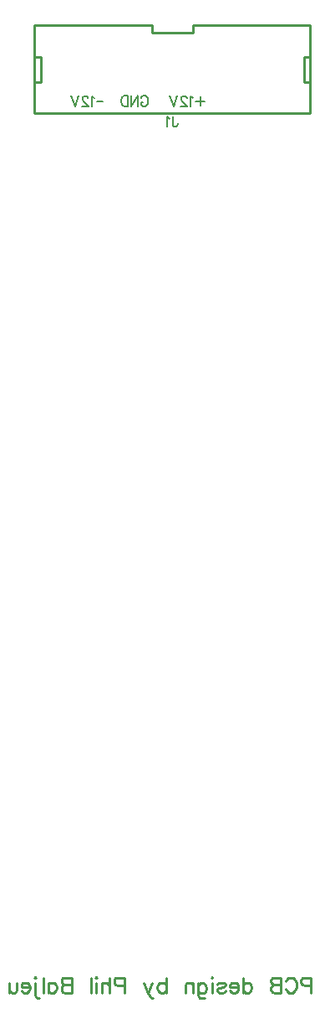
<source format=gbr>
G04 DipTrace 3.2.0.1*
G04 BottomSilk.gbr*
%MOIN*%
G04 #@! TF.FileFunction,Legend,Bot*
G04 #@! TF.Part,Single*
%ADD10C,0.009843*%
%ADD81C,0.006176*%
%ADD82C,0.009264*%
%FSLAX26Y26*%
G04*
G70*
G90*
G75*
G01*
G04 BotSilk*
%LPD*%
X2319300Y4194050D2*
D10*
X2294000D1*
X2319300Y4093950D2*
Y4194050D1*
Y4093950D2*
X2294000D1*
X3394000Y4194050D2*
X3368700D1*
Y4093950D2*
Y4194050D1*
X3394000Y4093950D2*
X3368700D1*
X3394000Y3969000D2*
Y4319000D1*
X2294000Y3969000D2*
Y4319000D1*
X3394000Y3969000D2*
X2294000D1*
X2763700Y4288900D2*
Y4319000D1*
X2924300Y4288900D2*
X2763700D1*
X2924300D2*
Y4319000D1*
X3394000D2*
X2924300D1*
X2763700D2*
X2294000D1*
X2845400Y3955433D2*
D81*
Y3924836D1*
X2847302Y3919088D1*
X2849247Y3917187D1*
X2853050Y3915241D1*
X2856896D1*
X2860699Y3917187D1*
X2862600Y3919088D1*
X2864546Y3924836D1*
Y3928638D1*
X2833049Y3947740D2*
X2829202Y3949685D1*
X2823454Y3955389D1*
Y3915241D1*
X3397487Y499799D2*
D82*
X3371620D1*
X3363065Y502651D1*
X3360147Y505569D1*
X3357295Y511273D1*
Y519895D1*
X3360147Y525599D1*
X3363065Y528517D1*
X3371620Y531369D1*
X3397487D1*
Y471081D1*
X3295724Y517043D2*
X3298575Y522747D1*
X3304346Y528517D1*
X3310049Y531369D1*
X3321523D1*
X3327294Y528517D1*
X3332997Y522747D1*
X3335916Y517043D1*
X3338767Y508421D1*
Y494029D1*
X3335916Y485473D1*
X3332997Y479703D1*
X3327294Y473999D1*
X3321523Y471081D1*
X3310049D1*
X3304346Y473999D1*
X3298575Y479703D1*
X3295724Y485473D1*
X3277196Y531369D2*
Y471081D1*
X3251330D1*
X3242708Y473999D1*
X3239856Y476851D1*
X3237004Y482555D1*
Y491177D1*
X3239856Y496947D1*
X3242708Y499799D1*
X3251330Y502651D1*
X3242708Y505569D1*
X3239856Y508421D1*
X3237004Y514125D1*
Y519895D1*
X3239856Y525599D1*
X3242708Y528517D1*
X3251330Y531369D1*
X3277196D1*
Y502651D2*
X3251330D1*
X3125734Y531369D2*
Y471081D1*
Y502651D2*
X3131438Y508421D1*
X3137208Y511273D1*
X3145830D1*
X3151534Y508421D1*
X3157304Y502651D1*
X3160156Y494029D1*
Y488325D1*
X3157304Y479703D1*
X3151534Y473999D1*
X3145830Y471081D1*
X3137208D1*
X3131438Y473999D1*
X3125734Y479703D1*
X3107207Y494029D2*
X3072785D1*
Y499799D1*
X3075637Y505569D1*
X3078489Y508421D1*
X3084259Y511273D1*
X3092881D1*
X3098585Y508421D1*
X3104355Y502651D1*
X3107207Y494029D1*
Y488325D1*
X3104355Y479703D1*
X3098585Y473999D1*
X3092881Y471081D1*
X3084259D1*
X3078489Y473999D1*
X3072785Y479703D1*
X3022688Y502651D2*
X3025540Y508421D1*
X3034162Y511273D1*
X3042784D1*
X3051406Y508421D1*
X3054258Y502651D1*
X3051406Y496947D1*
X3045636Y494029D1*
X3031310Y491177D1*
X3025540Y488325D1*
X3022688Y482555D1*
Y479703D1*
X3025540Y473999D1*
X3034162Y471081D1*
X3042784D1*
X3051406Y473999D1*
X3054258Y479703D1*
X3004161Y531369D2*
X3001309Y528517D1*
X2998391Y531369D1*
X3001309Y534287D1*
X3004161Y531369D1*
X3001309Y511273D2*
Y471081D1*
X2945442Y508421D2*
Y462459D1*
X2948294Y453903D1*
X2951146Y450985D1*
X2956916Y448133D1*
X2965538D1*
X2971242Y450985D1*
X2945442Y499799D2*
X2951146Y505503D1*
X2956916Y508421D1*
X2965538D1*
X2971242Y505503D1*
X2977012Y499799D1*
X2979864Y491177D1*
Y485407D1*
X2977012Y476851D1*
X2971242Y471081D1*
X2965538Y468229D1*
X2956916D1*
X2951146Y471081D1*
X2945442Y476851D1*
X2926915Y511273D2*
Y471081D1*
Y499799D2*
X2918293Y508421D1*
X2912523Y511273D1*
X2903967D1*
X2898197Y508421D1*
X2895345Y499799D1*
Y471081D1*
X2818497Y531369D2*
Y471081D1*
Y502651D2*
X2812727Y508421D1*
X2807023Y511273D1*
X2798401D1*
X2792697Y508421D1*
X2786927Y502651D1*
X2784075Y494029D1*
Y488325D1*
X2786927Y479703D1*
X2792697Y473999D1*
X2798401Y471081D1*
X2807023D1*
X2812727Y473999D1*
X2818497Y479703D1*
X2762630Y511273D2*
X2745452Y471081D1*
X2751156Y459607D1*
X2756926Y453837D1*
X2762630Y450985D1*
X2765548D1*
X2728208Y511273D2*
X2745452Y471081D1*
X2651360Y499799D2*
X2625493D1*
X2616938Y502651D1*
X2614019Y505569D1*
X2611168Y511273D1*
Y519895D1*
X2614019Y525599D1*
X2616938Y528517D1*
X2625493Y531369D1*
X2651360D1*
Y471081D1*
X2592640Y531369D2*
Y471081D1*
Y499799D2*
X2584018Y508421D1*
X2578248Y511273D1*
X2569626D1*
X2563922Y508421D1*
X2561070Y499799D1*
Y471081D1*
X2542543Y531369D2*
X2539691Y528517D1*
X2536773Y531369D1*
X2539691Y534287D1*
X2542543Y531369D1*
X2539691Y511273D2*
Y471081D1*
X2518246Y531369D2*
Y471081D1*
X2441398Y531369D2*
Y471081D1*
X2415532D1*
X2406910Y473999D1*
X2404058Y476851D1*
X2401206Y482555D1*
Y491177D1*
X2404058Y496947D1*
X2406910Y499799D1*
X2415532Y502651D1*
X2406910Y505569D1*
X2404058Y508421D1*
X2401206Y514125D1*
Y519895D1*
X2404058Y525599D1*
X2406910Y528517D1*
X2415532Y531369D1*
X2441398D1*
Y502651D2*
X2415532D1*
X2348257Y511273D2*
Y471081D1*
Y502651D2*
X2353961Y508421D1*
X2359731Y511273D1*
X2368287D1*
X2374057Y508421D1*
X2379761Y502651D1*
X2382679Y494029D1*
Y488325D1*
X2379761Y479703D1*
X2374057Y473999D1*
X2368287Y471081D1*
X2359731D1*
X2353961Y473999D1*
X2348257Y479703D1*
X2329730Y531369D2*
Y471081D1*
X2299729Y531435D2*
X2296811Y528583D1*
X2293959Y531435D1*
X2296811Y534287D1*
X2299729Y531435D1*
X2296811Y511339D2*
Y462525D1*
X2299729Y453903D1*
X2305433Y451051D1*
X2311203D1*
X2275432Y494029D2*
X2241010D1*
Y499799D1*
X2243862Y505569D1*
X2246713Y508421D1*
X2252484Y511273D1*
X2261106D1*
X2266809Y508421D1*
X2272580Y502651D1*
X2275432Y494029D1*
Y488325D1*
X2272580Y479703D1*
X2266809Y473999D1*
X2261106Y471081D1*
X2252484D1*
X2246713Y473999D1*
X2241010Y479703D1*
X2222483Y511273D2*
Y482555D1*
X2219631Y473999D1*
X2213861Y471081D1*
X2205238D1*
X2199535Y473999D1*
X2190913Y482555D1*
Y511273D2*
Y471081D1*
X2565516Y4018034D2*
D81*
X2543408D1*
X2531057Y4030459D2*
X2527210Y4032404D1*
X2521462Y4038108D1*
Y3997960D1*
X2507165Y4028557D2*
Y4030459D1*
X2505264Y4034305D1*
X2503363Y4036207D1*
X2499516Y4038108D1*
X2491867D1*
X2488064Y4036207D1*
X2486163Y4034305D1*
X2484217Y4030459D1*
Y4026656D1*
X2486163Y4022809D1*
X2489965Y4017106D1*
X2509111Y3997960D1*
X2482316D1*
X2469965Y4038152D2*
X2454666Y3997960D1*
X2439367Y4038152D1*
X2717661Y4028602D2*
X2719562Y4032404D1*
X2723409Y4036251D1*
X2727211Y4038152D1*
X2734861D1*
X2738707Y4036251D1*
X2742510Y4032404D1*
X2744455Y4028602D1*
X2746357Y4022854D1*
Y4013259D1*
X2744455Y4007555D1*
X2742510Y4003708D1*
X2738707Y3999906D1*
X2734861Y3997960D1*
X2727211D1*
X2723409Y3999906D1*
X2719562Y4003708D1*
X2717661Y4007555D1*
Y4013259D1*
X2727211D1*
X2678515Y4038152D2*
Y3997960D1*
X2705309Y4038152D1*
Y3997960D1*
X2666163Y4038152D2*
Y3997960D1*
X2652766D1*
X2647018Y3999906D1*
X2643171Y4003708D1*
X2641270Y4007555D1*
X2639369Y4013259D1*
Y4022854D1*
X2641270Y4028602D1*
X2643171Y4032404D1*
X2647018Y4036251D1*
X2652766Y4038152D1*
X2666163D1*
X2954404Y4035256D2*
Y4000812D1*
X2971604Y4018012D2*
X2937160D1*
X2924809Y4030459D2*
X2920962Y4032404D1*
X2915214Y4038108D1*
Y3997960D1*
X2900917Y4028557D2*
Y4030459D1*
X2899016Y4034305D1*
X2897115Y4036207D1*
X2893268Y4038108D1*
X2885619D1*
X2881816Y4036207D1*
X2879915Y4034305D1*
X2877969Y4030459D1*
Y4026656D1*
X2879915Y4022809D1*
X2883717Y4017106D1*
X2902863Y3997960D1*
X2876068D1*
X2863717Y4038152D2*
X2848418Y3997960D1*
X2833119Y4038152D1*
M02*

</source>
